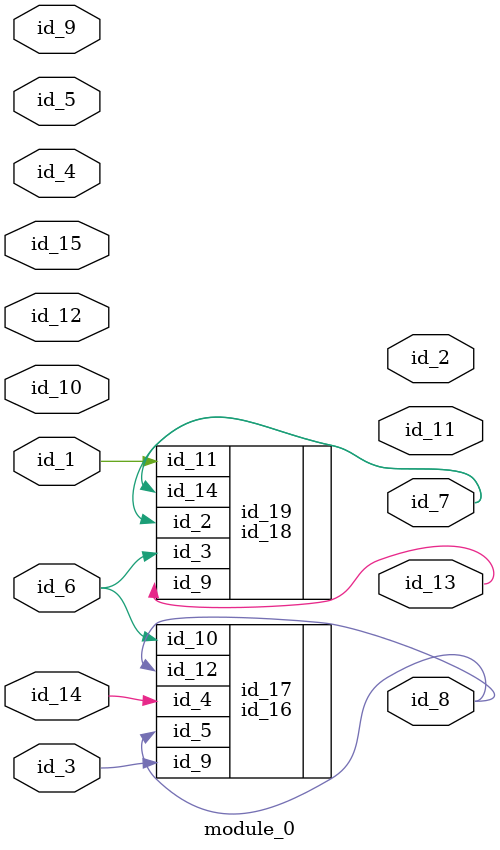
<source format=v>
module module_0 (
    id_1,
    id_2,
    id_3,
    id_4,
    id_5,
    id_6,
    id_7,
    id_8,
    id_9,
    id_10,
    id_11,
    id_12,
    id_13,
    id_14,
    id_15
);
  input id_15;
  input id_14;
  output id_13;
  input id_12;
  output id_11;
  input id_10;
  input id_9;
  output id_8;
  output id_7;
  input id_6;
  input id_5;
  input id_4;
  input id_3;
  output id_2;
  input id_1;
  id_16 id_17 (
      .id_10(1),
      .id_4 (id_14),
      .id_12(id_8),
      .id_5 (id_8),
      .id_9 (id_3),
      .id_10(id_6)
  );
  id_18 id_19 (
      .id_9 (id_13),
      .id_3 (id_6),
      .id_2 (id_7),
      .id_11(id_1),
      .id_14(id_7)
  );
endmodule

</source>
